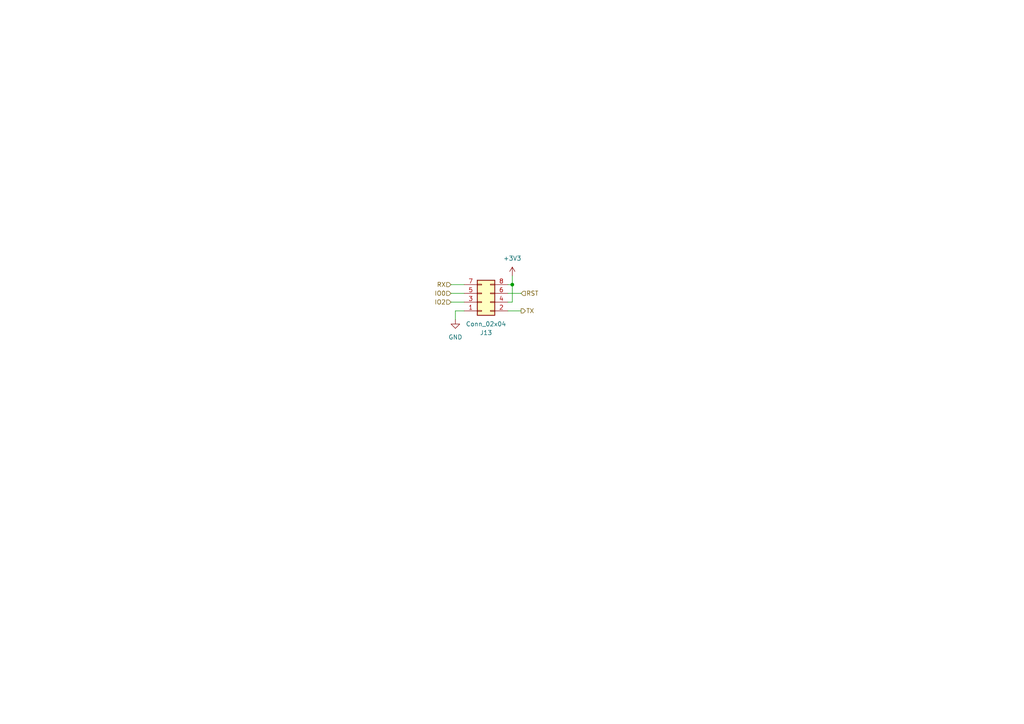
<source format=kicad_sch>
(kicad_sch (version 20250114) (generator "eeschema") (generator_version "9.0")
  (paper "A4")
  (lib_symbols
    (symbol "Connector_Generic:Conn_02x04_Odd_Even" (pin_names (offset 1.016) (hide yes))
      (property "Reference" "J" (at 1.27 5.08 0))
      (property "Value" "Conn_02x04_Odd_Even" (at 1.27 -7.62 0))
      (symbol "Conn_02x04_Odd_Even_1_1"
        (rectangle (start -1.27 3.81) (end 3.81 -6.35) (stroke (width 0.254)) (fill (type background)))
        (rectangle (start -1.27 2.667) (end 0 2.413) (stroke (width 0.1524)))
        (rectangle (start -1.27 0.127) (end 0 -0.127) (stroke (width 0.1524)))
        (rectangle (start -1.27 -2.413) (end 0 -2.667) (stroke (width 0.1524)))
        (rectangle (start -1.27 -4.953) (end 0 -5.207) (stroke (width 0.1524)))
        (rectangle (start 3.81 2.667) (end 2.54 2.413) (stroke (width 0.1524)))
        (rectangle (start 3.81 0.127) (end 2.54 -0.127) (stroke (width 0.1524)))
        (rectangle (start 3.81 -2.413) (end 2.54 -2.667) (stroke (width 0.1524)))
        (rectangle (start 3.81 -4.953) (end 2.54 -5.207) (stroke (width 0.1524)))
        (pin passive line (at -5.08 2.54 0) (length 3.81) (name "Pin_1") (number "1"))
        (pin passive line (at -5.08 0 0) (length 3.81) (name "Pin_3") (number "3"))
        (pin passive line (at -5.08 -2.54 0) (length 3.81) (name "Pin_5") (number "5"))
        (pin passive line (at -5.08 -5.08 0) (length 3.81) (name "Pin_7") (number "7"))
        (pin passive line (at 7.62 2.54 180) (length 3.81) (name "Pin_2") (number "2"))
        (pin passive line (at 7.62 0 180) (length 3.81) (name "Pin_4") (number "4"))
        (pin passive line (at 7.62 -2.54 180) (length 3.81) (name "Pin_6") (number "6"))
        (pin passive line (at 7.62 -5.08 180) (length 3.81) (name "Pin_8") (number "8"))
      )
    )
    (symbol "power:+3V3" (power) (pin_numbers (hide yes)) (pin_names (offset 0) (hide yes))
      (property "Value" "+3V3" (at 0 3.556 0))
      (symbol "+3V3_0_1"
        (polyline (pts (xy -0.762 1.27) (xy 0 2.54)))
        (polyline (pts (xy 0 2.54) (xy 0.762 1.27)))
        (polyline (pts (xy 0 0) (xy 0 2.54)))
      )
      (symbol "+3V3_1_1"
        (pin power_in line (at 0 0 90) (length 0) (name "~") (number "1"))
      )
    )
    (symbol "power:GND" (power) (pin_numbers (hide yes)) (pin_names (offset 0) (hide yes))
      (property "Value" "GND" (at 0 -3.81 0))
      (symbol "GND_0_1"
        (polyline (pts (xy 0 0) (xy 0 -1.27) (xy 1.27 -1.27) (xy 0 -2.54) (xy -1.27 -1.27) (xy 0 -1.27)))
      )
      (symbol "GND_1_1"
        (pin power_in line (at 0 0 270) (length 0) (name "~") (number "1"))
      )
    )
  )
  (junction (at 148.59 82.55))
  (wire (pts (xy 132.08 90.17) (xy 132.08 92.71)))
  (wire (pts (xy 147.32 82.55) (xy 148.59 82.55)))
  (wire (pts (xy 148.59 82.55) (xy 148.59 80.01)))
  (wire (pts (xy 148.59 87.63) (xy 148.59 82.55)))
  (wire (pts (xy 130.81 82.55) (xy 134.62 82.55)))
  (wire (pts (xy 134.62 90.17) (xy 132.08 90.17)))
  (wire (pts (xy 151.13 85.09) (xy 147.32 85.09)))
  (wire (pts (xy 151.13 90.17) (xy 147.32 90.17)))
  (wire (pts (xy 147.32 87.63) (xy 148.59 87.63)))
  (wire (pts (xy 130.81 87.63) (xy 134.62 87.63)))
  (wire (pts (xy 130.81 85.09) (xy 134.62 85.09)))
  (hierarchical_label "RST" (shape input) (at 151.13 85.09 0))
  (hierarchical_label "IO0" (shape input) (at 130.81 85.09 180))
  (hierarchical_label "TX" (shape output) (at 151.13 90.17 0))
  (hierarchical_label "RX" (shape input) (at 130.81 82.55 180))
  (hierarchical_label "IO2" (shape input) (at 130.81 87.63 180))
  (symbol (lib_id "power:+3V3") (at 148.59 80.01 0) (mirror y) (unit 1)
    (property "Reference" "#PWR024" (effects (hide yes)))
    (property "Value" "+3V3" (at 148.59 74.93 0))
    (property "Description" "Power symbol creates a global label with name \"+3V3\"" (effects (hide yes)))
  )
  (symbol (lib_id "power:GND") (at 132.08 92.71 0) (mirror y) (unit 1)
    (property "Reference" "#PWR025" (effects (hide yes)))
    (property "Value" "GND" (at 132.08 97.79 0))
    (property "Description" "Power symbol creates a global label with name \"GND\" , ground" (effects (hide yes)))
  )
  (symbol (lib_id "Connector_Generic:Conn_02x04_Odd_Even") (at 139.7 87.63 0) (mirror x) (unit 1)
    (property "Reference" "J13" (at 140.97 96.52 0))
    (property "Value" "Conn_02x04" (at 140.97 93.98 0))
    (property "Footprint" "Connector_PinSocket_2.54mm:PinSocket_2x04_P2.54mm_Vertical" (effects (hide yes)))
    (property "Description" "Generic connector, double row, 02x04, odd/even pin numbering scheme (row 1 odd numbers, row 2 even numbers), script generated (kicad-library-utils/schlib/autogen/connector/)" (effects (hide yes)))
  )
)
</source>
